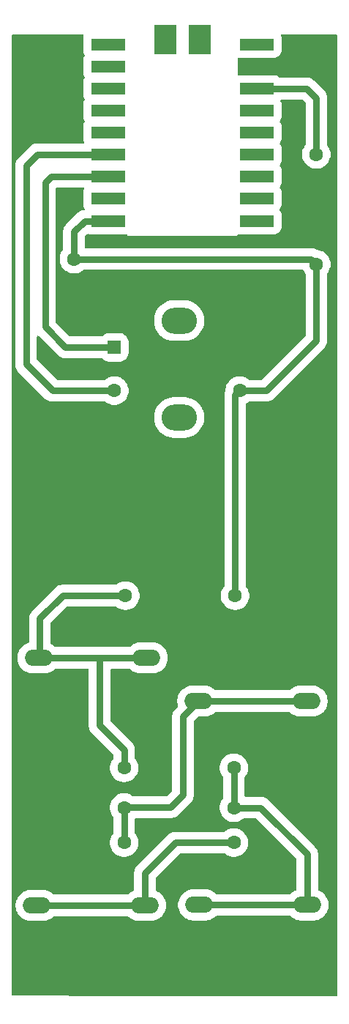
<source format=gbr>
%TF.GenerationSoftware,KiCad,Pcbnew,9.0.2*%
%TF.CreationDate,2025-08-02T15:51:21+02:00*%
%TF.ProjectId,DuploTrainController NG,4475706c-6f54-4726-9169-6e436f6e7472,rev?*%
%TF.SameCoordinates,PX3473bc0PY1d905c0*%
%TF.FileFunction,Copper,L1,Top*%
%TF.FilePolarity,Positive*%
%FSLAX46Y46*%
G04 Gerber Fmt 4.6, Leading zero omitted, Abs format (unit mm)*
G04 Created by KiCad (PCBNEW 9.0.2) date 2025-08-02 15:51:21*
%MOMM*%
%LPD*%
G01*
G04 APERTURE LIST*
G04 Aperture macros list*
%AMRoundRect*
0 Rectangle with rounded corners*
0 $1 Rounding radius*
0 $2 $3 $4 $5 $6 $7 $8 $9 X,Y pos of 4 corners*
0 Add a 4 corners polygon primitive as box body*
4,1,4,$2,$3,$4,$5,$6,$7,$8,$9,$2,$3,0*
0 Add four circle primitives for the rounded corners*
1,1,$1+$1,$2,$3*
1,1,$1+$1,$4,$5*
1,1,$1+$1,$6,$7*
1,1,$1+$1,$8,$9*
0 Add four rect primitives between the rounded corners*
20,1,$1+$1,$2,$3,$4,$5,0*
20,1,$1+$1,$4,$5,$6,$7,0*
20,1,$1+$1,$6,$7,$8,$9,0*
20,1,$1+$1,$8,$9,$2,$3,0*%
G04 Aperture macros list end*
%TA.AperFunction,SMDPad,CuDef*%
%ADD10R,4.000000X1.348000*%
%TD*%
%TA.AperFunction,SMDPad,CuDef*%
%ADD11R,2.500000X3.500000*%
%TD*%
%TA.AperFunction,ComponentPad*%
%ADD12C,1.600000*%
%TD*%
%TA.AperFunction,ComponentPad*%
%ADD13O,3.200000X1.900000*%
%TD*%
%TA.AperFunction,ComponentPad*%
%ADD14RoundRect,0.250000X-0.550000X-0.550000X0.550000X-0.550000X0.550000X0.550000X-0.550000X0.550000X0*%
%TD*%
%TA.AperFunction,ComponentPad*%
%ADD15O,4.100000X3.000000*%
%TD*%
%TA.AperFunction,Conductor*%
%ADD16C,0.800000*%
%TD*%
G04 APERTURE END LIST*
D10*
%TO.P,U1,TX,TX*%
%TO.N,unconnected-(U1-PadTX)*%
X11480000Y-1700000D03*
%TO.P,U1,RX,RX*%
%TO.N,unconnected-(U1-PadRX)*%
X11480000Y-4240000D03*
%TO.P,U1,GP13,GPIO13*%
%TO.N,unconnected-(U1-GPIO13-PadGP13)*%
X28720000Y-9320000D03*
%TO.P,U1,GP12,GPIO12*%
%TO.N,unconnected-(U1-GPIO12-PadGP12)*%
X28720000Y-11860000D03*
%TO.P,U1,GP11,GPIO11*%
%TO.N,unconnected-(U1-GPIO11-PadGP11)*%
X28720000Y-14400000D03*
%TO.P,U1,GP10,GPIO10*%
%TO.N,unconnected-(U1-GPIO10-PadGP10)*%
X28720000Y-16940000D03*
%TO.P,U1,GP9,GPIO9*%
%TO.N,unconnected-(U1-GPIO9-PadGP9)*%
X28720000Y-19480000D03*
%TO.P,U1,GP8,GPIO8*%
%TO.N,unconnected-(U1-GPIO8-PadGP8)*%
X28720000Y-22100000D03*
%TO.P,U1,GP7,GPIO7*%
%TO.N,ADC_Buttons*%
X11480000Y-22100000D03*
%TO.P,U1,GP6,GPIO6*%
%TO.N,unconnected-(U1-GPIO6-PadGP6)*%
X11480000Y-19480000D03*
%TO.P,U1,GP5,GPIO5*%
%TO.N,ENC_1*%
X11480000Y-16940000D03*
%TO.P,U1,GP4,GPIO4*%
%TO.N,ENC_2*%
X11480000Y-14400000D03*
%TO.P,U1,GP3,GPIO3*%
%TO.N,unconnected-(U1-GPIO3-PadGP3)*%
X11480000Y-11860000D03*
%TO.P,U1,GP2,GPIO2*%
%TO.N,unconnected-(U1-GPIO2-PadGP2)*%
X11480000Y-9320000D03*
%TO.P,U1,GP1,GPIO1*%
%TO.N,unconnected-(U1-GPIO1-PadGP1)*%
X11480000Y-6780000D03*
%TO.P,U1,GND,GND*%
%TO.N,GND*%
X28720000Y-4240000D03*
D11*
%TO.P,U1,B-,B-*%
%TO.N,unconnected-(U1-PadB-)*%
X18100000Y-1100000D03*
%TO.P,U1,B+,B+*%
%TO.N,unconnected-(U1-PadB+)*%
X22100000Y-1100000D03*
D10*
%TO.P,U1,5V,5V*%
%TO.N,unconnected-(U1-Pad5V)*%
X28720000Y-1700000D03*
%TO.P,U1,3.3V,3V3*%
%TO.N,+3V3*%
X28720000Y-6780000D03*
%TD*%
D12*
%TO.P,R4,2*%
%TO.N,Net-(R4-Pad2)*%
X13350000Y-89900000D03*
%TO.P,R4,1*%
%TO.N,Net-(R3-Pad2)*%
X26050000Y-89900000D03*
%TD*%
%TO.P,R5,2*%
%TO.N,Net-(R5-Pad2)*%
X26050000Y-93950000D03*
%TO.P,R5,1*%
%TO.N,Net-(R4-Pad2)*%
X13350000Y-93950000D03*
%TD*%
D13*
%TO.P,SW6,2,2*%
%TO.N,GND*%
X34550000Y-106150000D03*
X22050000Y-106150000D03*
%TO.P,SW6,1,1*%
%TO.N,Net-(R3-Pad2)*%
X34550000Y-101150000D03*
X22050000Y-101150000D03*
%TD*%
%TO.P,SW4,2,2*%
%TO.N,GND*%
X21950000Y-72600000D03*
X34450000Y-72600000D03*
%TO.P,SW4,1,1*%
%TO.N,Net-(R4-Pad2)*%
X21950000Y-77600000D03*
X34450000Y-77600000D03*
%TD*%
%TO.P,SW3,1,1*%
%TO.N,Net-(R5-Pad2)*%
X3250000Y-101200000D03*
X15750000Y-101200000D03*
%TO.P,SW3,2,2*%
%TO.N,GND*%
X3250000Y-106200000D03*
X15750000Y-106200000D03*
%TD*%
%TO.P,SW1,1,1*%
%TO.N,Net-(R2-Pad2)*%
X3450000Y-72600000D03*
X15950000Y-72600000D03*
%TO.P,SW1,2,2*%
%TO.N,GND*%
X3450000Y-77600000D03*
X15950000Y-77600000D03*
%TD*%
D12*
%TO.P,R3,1*%
%TO.N,Net-(R2-Pad2)*%
X13350000Y-85300000D03*
%TO.P,R3,2*%
%TO.N,Net-(R3-Pad2)*%
X26050000Y-85300000D03*
%TD*%
%TO.P,R1,1*%
%TO.N,+3V3*%
X35600000Y-14400000D03*
%TO.P,R1,2*%
%TO.N,ADC_Buttons*%
X35600000Y-27100000D03*
%TD*%
D14*
%TO.P,SW5,A,A*%
%TO.N,ENC_1*%
X12220000Y-36710000D03*
D12*
%TO.P,SW5,B,B*%
%TO.N,ENC_2*%
X12220000Y-41710000D03*
%TO.P,SW5,C,C*%
%TO.N,GND*%
X12220000Y-39210000D03*
%TO.P,SW5,S1,S1*%
X26720000Y-36710000D03*
%TO.P,SW5,S2,S2*%
%TO.N,ADC_Buttons*%
X26720000Y-41710000D03*
D15*
%TO.P,SW5,SH*%
%TO.N,N/C*%
X19720000Y-33610000D03*
X19720000Y-44810000D03*
%TD*%
D12*
%TO.P,C1,1*%
%TO.N,ADC_Buttons*%
X7550000Y-26500000D03*
%TO.P,C1,2*%
%TO.N,GND*%
X7550000Y-31500000D03*
%TD*%
%TO.P,R2,1*%
%TO.N,ADC_Buttons*%
X26200000Y-65400000D03*
%TO.P,R2,2*%
%TO.N,Net-(R2-Pad2)*%
X13500000Y-65400000D03*
%TD*%
D16*
%TO.N,Net-(R3-Pad2)*%
X26050000Y-85300000D02*
X26050000Y-89900000D01*
%TO.N,Net-(R4-Pad2)*%
X21950000Y-77600000D02*
X20150000Y-79400000D01*
X20150000Y-88450000D02*
X18750000Y-89850000D01*
X20150000Y-79400000D02*
X20150000Y-88450000D01*
X18750000Y-89850000D02*
X13400000Y-89850000D01*
X13400000Y-89850000D02*
X13350000Y-89900000D01*
X21950000Y-77600000D02*
X34450000Y-77600000D01*
%TO.N,Net-(R2-Pad2)*%
X13350000Y-83250000D02*
X10500000Y-80400000D01*
X13350000Y-85300000D02*
X13350000Y-83250000D01*
X3450000Y-72600000D02*
X10350000Y-72600000D01*
X10500000Y-80400000D02*
X10500000Y-72750000D01*
X10500000Y-72750000D02*
X10350000Y-72600000D01*
X10350000Y-72600000D02*
X15950000Y-72600000D01*
X6250000Y-65400000D02*
X3600000Y-68050000D01*
X13500000Y-65400000D02*
X6250000Y-65400000D01*
X3600000Y-72450000D02*
X3450000Y-72600000D01*
X3600000Y-68050000D02*
X3600000Y-72450000D01*
%TO.N,Net-(R3-Pad2)*%
X26050000Y-89900000D02*
X29150000Y-89900000D01*
X29150000Y-89900000D02*
X34550000Y-95300000D01*
X34550000Y-95300000D02*
X34550000Y-101150000D01*
X22050000Y-101150000D02*
X34550000Y-101150000D01*
%TO.N,Net-(R5-Pad2)*%
X15750000Y-101200000D02*
X3250000Y-101200000D01*
X26050000Y-93950000D02*
X19300000Y-93950000D01*
X19300000Y-93950000D02*
X15750000Y-97500000D01*
X15750000Y-97500000D02*
X15750000Y-101200000D01*
%TO.N,Net-(R4-Pad2)*%
X13350000Y-89900000D02*
X13350000Y-93950000D01*
%TO.N,ENC_2*%
X12220000Y-41710000D02*
X5060000Y-41710000D01*
X5060000Y-41710000D02*
X2000000Y-38650000D01*
X2000000Y-38650000D02*
X2000000Y-15700000D01*
X2000000Y-15700000D02*
X3300000Y-14400000D01*
X3300000Y-14400000D02*
X12480000Y-14400000D01*
%TO.N,ADC_Buttons*%
X26200000Y-65400000D02*
X26200000Y-42230000D01*
X26200000Y-42230000D02*
X26720000Y-41710000D01*
%TO.N,ENC_1*%
X12480000Y-16940000D02*
X4910000Y-16940000D01*
X6550000Y-36700000D02*
X12210000Y-36700000D01*
X4910000Y-16940000D02*
X4200000Y-17650000D01*
X4200000Y-17650000D02*
X4200000Y-34350000D01*
X4200000Y-34350000D02*
X6550000Y-36700000D01*
X12210000Y-36700000D02*
X12220000Y-36710000D01*
%TO.N,ADC_Buttons*%
X12480000Y-22100000D02*
X8800000Y-22100000D01*
X8800000Y-22100000D02*
X7550000Y-23350000D01*
X7550000Y-23350000D02*
X7550000Y-26500000D01*
X7550000Y-26500000D02*
X35000000Y-26500000D01*
X35000000Y-26500000D02*
X35600000Y-27100000D01*
X35600000Y-27100000D02*
X35600000Y-35900000D01*
X29790000Y-41710000D02*
X26720000Y-41710000D01*
X35600000Y-35900000D02*
X29790000Y-41710000D01*
%TO.N,+3V3*%
X27720000Y-6780000D02*
X34480000Y-6780000D01*
X34480000Y-6780000D02*
X35600000Y-7900000D01*
X35600000Y-7900000D02*
X35600000Y-14400000D01*
%TD*%
%TA.AperFunction,Conductor*%
%TO.N,GND*%
G36*
X37875924Y-548379D02*
G01*
X37942894Y-568291D01*
X37988469Y-621250D01*
X37999500Y-672378D01*
X37999500Y-111575500D01*
X37979815Y-111642539D01*
X37927011Y-111688294D01*
X37875500Y-111699500D01*
X13550926Y-111699500D01*
X13550179Y-111699498D01*
X473753Y-111620723D01*
X406833Y-111600635D01*
X361397Y-111547556D01*
X350500Y-111496725D01*
X350500Y-101081995D01*
X799500Y-101081995D01*
X799500Y-101318004D01*
X799501Y-101318020D01*
X823723Y-101502010D01*
X830307Y-101552014D01*
X891394Y-101779993D01*
X981714Y-101998045D01*
X981719Y-101998056D01*
X1052677Y-102120957D01*
X1099727Y-102202450D01*
X1099729Y-102202453D01*
X1099730Y-102202454D01*
X1243406Y-102389697D01*
X1243412Y-102389704D01*
X1410295Y-102556587D01*
X1410302Y-102556593D01*
X1520306Y-102641001D01*
X1597550Y-102700273D01*
X1715350Y-102768285D01*
X1801943Y-102818280D01*
X1801948Y-102818282D01*
X1801951Y-102818284D01*
X2020007Y-102908606D01*
X2247986Y-102969693D01*
X2481989Y-103000500D01*
X2481996Y-103000500D01*
X4018004Y-103000500D01*
X4018011Y-103000500D01*
X4252014Y-102969693D01*
X4479993Y-102908606D01*
X4698049Y-102818284D01*
X4902450Y-102700273D01*
X5089699Y-102556592D01*
X5159473Y-102486817D01*
X5220794Y-102453334D01*
X5247153Y-102450500D01*
X13752847Y-102450500D01*
X13819886Y-102470185D01*
X13840523Y-102486814D01*
X13910296Y-102556587D01*
X13910303Y-102556594D01*
X14032383Y-102650269D01*
X14097550Y-102700273D01*
X14215350Y-102768285D01*
X14301943Y-102818280D01*
X14301948Y-102818282D01*
X14301951Y-102818284D01*
X14520007Y-102908606D01*
X14747986Y-102969693D01*
X14981989Y-103000500D01*
X14981996Y-103000500D01*
X16518004Y-103000500D01*
X16518011Y-103000500D01*
X16752014Y-102969693D01*
X16979993Y-102908606D01*
X17198049Y-102818284D01*
X17402450Y-102700273D01*
X17589699Y-102556592D01*
X17756592Y-102389699D01*
X17900273Y-102202450D01*
X18018284Y-101998049D01*
X18108606Y-101779993D01*
X18169693Y-101552014D01*
X18200500Y-101318011D01*
X18200500Y-101081989D01*
X18193918Y-101031995D01*
X19599500Y-101031995D01*
X19599500Y-101268004D01*
X19599501Y-101268020D01*
X19630306Y-101502010D01*
X19691394Y-101729993D01*
X19781714Y-101948045D01*
X19781719Y-101948056D01*
X19852677Y-102070957D01*
X19899727Y-102152450D01*
X19899729Y-102152453D01*
X19899730Y-102152454D01*
X20043406Y-102339697D01*
X20043412Y-102339704D01*
X20210295Y-102506587D01*
X20210302Y-102506593D01*
X20275456Y-102556587D01*
X20397550Y-102650273D01*
X20484146Y-102700269D01*
X20601943Y-102768280D01*
X20601948Y-102768282D01*
X20601951Y-102768284D01*
X20820007Y-102858606D01*
X21047986Y-102919693D01*
X21281989Y-102950500D01*
X21281996Y-102950500D01*
X22818004Y-102950500D01*
X22818011Y-102950500D01*
X23052014Y-102919693D01*
X23279993Y-102858606D01*
X23498049Y-102768284D01*
X23702450Y-102650273D01*
X23889699Y-102506592D01*
X23959473Y-102436817D01*
X24020794Y-102403334D01*
X24047153Y-102400500D01*
X32552847Y-102400500D01*
X32619886Y-102420185D01*
X32640523Y-102436814D01*
X32690528Y-102486819D01*
X32710303Y-102506594D01*
X32775465Y-102556594D01*
X32897550Y-102650273D01*
X32984146Y-102700269D01*
X33101943Y-102768280D01*
X33101948Y-102768282D01*
X33101951Y-102768284D01*
X33320007Y-102858606D01*
X33547986Y-102919693D01*
X33781989Y-102950500D01*
X33781996Y-102950500D01*
X35318004Y-102950500D01*
X35318011Y-102950500D01*
X35552014Y-102919693D01*
X35779993Y-102858606D01*
X35998049Y-102768284D01*
X36202450Y-102650273D01*
X36389699Y-102506592D01*
X36556592Y-102339699D01*
X36700273Y-102152450D01*
X36818284Y-101948049D01*
X36908606Y-101729993D01*
X36969693Y-101502014D01*
X37000500Y-101268011D01*
X37000500Y-101031989D01*
X36969693Y-100797986D01*
X36908606Y-100570007D01*
X36818284Y-100351951D01*
X36818282Y-100351948D01*
X36818280Y-100351943D01*
X36776118Y-100278918D01*
X36700273Y-100147550D01*
X36556592Y-99960301D01*
X36556587Y-99960295D01*
X36389704Y-99793412D01*
X36389697Y-99793406D01*
X36202454Y-99649730D01*
X36202453Y-99649729D01*
X36202450Y-99649727D01*
X36084652Y-99581716D01*
X35998056Y-99531719D01*
X35998049Y-99531716D01*
X35877046Y-99481594D01*
X35822643Y-99437752D01*
X35800579Y-99371458D01*
X35800500Y-99367033D01*
X35800500Y-95201577D01*
X35782586Y-95088483D01*
X35769709Y-95007174D01*
X35769708Y-95007170D01*
X35769708Y-95007169D01*
X35710391Y-94824612D01*
X35709329Y-94820847D01*
X35619523Y-94644594D01*
X35503828Y-94485354D01*
X29964646Y-88946172D01*
X29805405Y-88830476D01*
X29794208Y-88824771D01*
X29630030Y-88741117D01*
X29442826Y-88680290D01*
X29248422Y-88649500D01*
X29248417Y-88649500D01*
X27424500Y-88649500D01*
X27357461Y-88629815D01*
X27311706Y-88577011D01*
X27300500Y-88525500D01*
X27300500Y-86427122D01*
X27320185Y-86360083D01*
X27324161Y-86354265D01*
X27461634Y-86165051D01*
X27579579Y-85933572D01*
X27659860Y-85686493D01*
X27682539Y-85543298D01*
X27700500Y-85429902D01*
X27700500Y-85170097D01*
X27678947Y-85034021D01*
X27659860Y-84913507D01*
X27579579Y-84666428D01*
X27579577Y-84666425D01*
X27579577Y-84666423D01*
X27536787Y-84582445D01*
X27461634Y-84434949D01*
X27308931Y-84224771D01*
X27125229Y-84041069D01*
X26915051Y-83888366D01*
X26779573Y-83819336D01*
X26683576Y-83770422D01*
X26436493Y-83690140D01*
X26179902Y-83649500D01*
X26179897Y-83649500D01*
X25920103Y-83649500D01*
X25920098Y-83649500D01*
X25663506Y-83690140D01*
X25416423Y-83770422D01*
X25184945Y-83888368D01*
X24974774Y-84041066D01*
X24974768Y-84041071D01*
X24791071Y-84224768D01*
X24791066Y-84224774D01*
X24638368Y-84434945D01*
X24520422Y-84666423D01*
X24440140Y-84913506D01*
X24399500Y-85170097D01*
X24399500Y-85429902D01*
X24440140Y-85686493D01*
X24520422Y-85933576D01*
X24638366Y-86165051D01*
X24775819Y-86354239D01*
X24799298Y-86420043D01*
X24799500Y-86427122D01*
X24799500Y-88772877D01*
X24779815Y-88839916D01*
X24775818Y-88845762D01*
X24638368Y-89034945D01*
X24520422Y-89266423D01*
X24440140Y-89513506D01*
X24399500Y-89770097D01*
X24399500Y-90029902D01*
X24440140Y-90286493D01*
X24520422Y-90533576D01*
X24601534Y-90692764D01*
X24638366Y-90765051D01*
X24791069Y-90975229D01*
X24974771Y-91158931D01*
X25184949Y-91311634D01*
X25332445Y-91386787D01*
X25416423Y-91429577D01*
X25416425Y-91429577D01*
X25416428Y-91429579D01*
X25663507Y-91509860D01*
X25795706Y-91530797D01*
X25920098Y-91550500D01*
X25920103Y-91550500D01*
X26179902Y-91550500D01*
X26293298Y-91532539D01*
X26436493Y-91509860D01*
X26683572Y-91429579D01*
X26915051Y-91311634D01*
X27071557Y-91197925D01*
X27104238Y-91174182D01*
X27170044Y-91150702D01*
X27177123Y-91150500D01*
X28580664Y-91150500D01*
X28647703Y-91170185D01*
X28668345Y-91186819D01*
X33263181Y-95781655D01*
X33296666Y-95842978D01*
X33299500Y-95869336D01*
X33299500Y-99367033D01*
X33279815Y-99434072D01*
X33227011Y-99479827D01*
X33222954Y-99481594D01*
X33101950Y-99531716D01*
X33101943Y-99531719D01*
X32897545Y-99649730D01*
X32710303Y-99793405D01*
X32675416Y-99828293D01*
X32640526Y-99863182D01*
X32579206Y-99896666D01*
X32552847Y-99899500D01*
X24047153Y-99899500D01*
X23980114Y-99879815D01*
X23959476Y-99863185D01*
X23889699Y-99793408D01*
X23889698Y-99793407D01*
X23889696Y-99793405D01*
X23702454Y-99649730D01*
X23702453Y-99649729D01*
X23702450Y-99649727D01*
X23584652Y-99581716D01*
X23498056Y-99531719D01*
X23498045Y-99531714D01*
X23279993Y-99441394D01*
X23052010Y-99380306D01*
X22818020Y-99349501D01*
X22818017Y-99349500D01*
X22818011Y-99349500D01*
X21281989Y-99349500D01*
X21281983Y-99349500D01*
X21281979Y-99349501D01*
X21047989Y-99380306D01*
X20820006Y-99441394D01*
X20601954Y-99531714D01*
X20601943Y-99531719D01*
X20397545Y-99649730D01*
X20210302Y-99793406D01*
X20210295Y-99793412D01*
X20043412Y-99960295D01*
X20043406Y-99960302D01*
X19899730Y-100147545D01*
X19781719Y-100351943D01*
X19781714Y-100351954D01*
X19691394Y-100570006D01*
X19630306Y-100797989D01*
X19599501Y-101031979D01*
X19599500Y-101031995D01*
X18193918Y-101031995D01*
X18193917Y-101031989D01*
X18169693Y-100847989D01*
X18169693Y-100847986D01*
X18108606Y-100620007D01*
X18018284Y-100401951D01*
X18018282Y-100401948D01*
X18018280Y-100401943D01*
X17976118Y-100328918D01*
X17900273Y-100197550D01*
X17756592Y-100010301D01*
X17756587Y-100010295D01*
X17589704Y-99843412D01*
X17589697Y-99843406D01*
X17402454Y-99699730D01*
X17402453Y-99699729D01*
X17402450Y-99699727D01*
X17315853Y-99649730D01*
X17198056Y-99581719D01*
X17198049Y-99581716D01*
X17077046Y-99531594D01*
X17022643Y-99487752D01*
X17000579Y-99421458D01*
X17000500Y-99417033D01*
X17000500Y-98069336D01*
X17020185Y-98002297D01*
X17036819Y-97981655D01*
X19781655Y-95236819D01*
X19842978Y-95203334D01*
X19869336Y-95200500D01*
X24922877Y-95200500D01*
X24989916Y-95220185D01*
X24995762Y-95224182D01*
X25117992Y-95312987D01*
X25184949Y-95361634D01*
X25332445Y-95436787D01*
X25416423Y-95479577D01*
X25416425Y-95479577D01*
X25416428Y-95479579D01*
X25663507Y-95559860D01*
X25795706Y-95580797D01*
X25920098Y-95600500D01*
X25920103Y-95600500D01*
X26179902Y-95600500D01*
X26293298Y-95582539D01*
X26436493Y-95559860D01*
X26683572Y-95479579D01*
X26915051Y-95361634D01*
X27125229Y-95208931D01*
X27308931Y-95025229D01*
X27461634Y-94815051D01*
X27579579Y-94583572D01*
X27659860Y-94336493D01*
X27682539Y-94193298D01*
X27700500Y-94079902D01*
X27700500Y-93820097D01*
X27678947Y-93684021D01*
X27659860Y-93563507D01*
X27579579Y-93316428D01*
X27579577Y-93316425D01*
X27579577Y-93316423D01*
X27536787Y-93232445D01*
X27461634Y-93084949D01*
X27308931Y-92874771D01*
X27125229Y-92691069D01*
X26915051Y-92538366D01*
X26842764Y-92501534D01*
X26683576Y-92420422D01*
X26436493Y-92340140D01*
X26179902Y-92299500D01*
X26179897Y-92299500D01*
X25920103Y-92299500D01*
X25920098Y-92299500D01*
X25663506Y-92340140D01*
X25416423Y-92420422D01*
X25184945Y-92538368D01*
X24995762Y-92675818D01*
X24929956Y-92699298D01*
X24922877Y-92699500D01*
X19201578Y-92699500D01*
X19007173Y-92730290D01*
X18819969Y-92791117D01*
X18644594Y-92880476D01*
X18553741Y-92946485D01*
X18485354Y-92996172D01*
X18485352Y-92996174D01*
X18485351Y-92996174D01*
X14796174Y-96685351D01*
X14796174Y-96685352D01*
X14796172Y-96685354D01*
X14746485Y-96753741D01*
X14680476Y-96844594D01*
X14590669Y-97020851D01*
X14589608Y-97024612D01*
X14530291Y-97207169D01*
X14530291Y-97207172D01*
X14499500Y-97401577D01*
X14499500Y-99417033D01*
X14479815Y-99484072D01*
X14427011Y-99529827D01*
X14422954Y-99531594D01*
X14301950Y-99581716D01*
X14301943Y-99581719D01*
X14097545Y-99699730D01*
X13910303Y-99843405D01*
X13890528Y-99863181D01*
X13840526Y-99913182D01*
X13779206Y-99946666D01*
X13752847Y-99949500D01*
X5247153Y-99949500D01*
X5180114Y-99929815D01*
X5159476Y-99913185D01*
X5089699Y-99843408D01*
X5089698Y-99843407D01*
X5089696Y-99843405D01*
X4902454Y-99699730D01*
X4902453Y-99699729D01*
X4902450Y-99699727D01*
X4815853Y-99649730D01*
X4698056Y-99581719D01*
X4698045Y-99581714D01*
X4479993Y-99491394D01*
X4443419Y-99481594D01*
X4252014Y-99430307D01*
X4252013Y-99430306D01*
X4252010Y-99430306D01*
X4018020Y-99399501D01*
X4018017Y-99399500D01*
X4018011Y-99399500D01*
X2481989Y-99399500D01*
X2481983Y-99399500D01*
X2481979Y-99399501D01*
X2247989Y-99430306D01*
X2020006Y-99491394D01*
X1801954Y-99581714D01*
X1801943Y-99581719D01*
X1597545Y-99699730D01*
X1410302Y-99843406D01*
X1410295Y-99843412D01*
X1243412Y-100010295D01*
X1243406Y-100010302D01*
X1099730Y-100197545D01*
X981719Y-100401943D01*
X981714Y-100401954D01*
X891394Y-100620006D01*
X830306Y-100847989D01*
X799501Y-101081979D01*
X799500Y-101081995D01*
X350500Y-101081995D01*
X350500Y-89770097D01*
X11699500Y-89770097D01*
X11699500Y-90029902D01*
X11740140Y-90286493D01*
X11820422Y-90533576D01*
X11938366Y-90765051D01*
X12075819Y-90954239D01*
X12099298Y-91020043D01*
X12099500Y-91027122D01*
X12099500Y-92822877D01*
X12079815Y-92889916D01*
X12075818Y-92895762D01*
X11938368Y-93084945D01*
X11820422Y-93316423D01*
X11740140Y-93563506D01*
X11699500Y-93820097D01*
X11699500Y-94079902D01*
X11740140Y-94336493D01*
X11820422Y-94583576D01*
X11901534Y-94742764D01*
X11938366Y-94815051D01*
X12091069Y-95025229D01*
X12274771Y-95208931D01*
X12484949Y-95361634D01*
X12632445Y-95436787D01*
X12716423Y-95479577D01*
X12716425Y-95479577D01*
X12716428Y-95479579D01*
X12963507Y-95559860D01*
X13095706Y-95580797D01*
X13220098Y-95600500D01*
X13220103Y-95600500D01*
X13479902Y-95600500D01*
X13593298Y-95582539D01*
X13736493Y-95559860D01*
X13983572Y-95479579D01*
X14215051Y-95361634D01*
X14425229Y-95208931D01*
X14608931Y-95025229D01*
X14761634Y-94815051D01*
X14879579Y-94583572D01*
X14959860Y-94336493D01*
X14982539Y-94193298D01*
X15000500Y-94079902D01*
X15000500Y-93820097D01*
X14978947Y-93684021D01*
X14959860Y-93563507D01*
X14879579Y-93316428D01*
X14879577Y-93316425D01*
X14879577Y-93316423D01*
X14836787Y-93232445D01*
X14761634Y-93084949D01*
X14624182Y-92895762D01*
X14600702Y-92829956D01*
X14600500Y-92822877D01*
X14600500Y-91224500D01*
X14620185Y-91157461D01*
X14672989Y-91111706D01*
X14724500Y-91100500D01*
X18848422Y-91100500D01*
X19042826Y-91069709D01*
X19230026Y-91008884D01*
X19405405Y-90919524D01*
X19564646Y-90803828D01*
X21103828Y-89264646D01*
X21219524Y-89105405D01*
X21308884Y-88930026D01*
X21369709Y-88742826D01*
X21369980Y-88741116D01*
X21400500Y-88548422D01*
X21400500Y-79969336D01*
X21420185Y-79902297D01*
X21436819Y-79881655D01*
X21881655Y-79436819D01*
X21942978Y-79403334D01*
X21969336Y-79400500D01*
X22718004Y-79400500D01*
X22718011Y-79400500D01*
X22952014Y-79369693D01*
X23179993Y-79308606D01*
X23398049Y-79218284D01*
X23602450Y-79100273D01*
X23789699Y-78956592D01*
X23859473Y-78886817D01*
X23920794Y-78853334D01*
X23947153Y-78850500D01*
X32452847Y-78850500D01*
X32519886Y-78870185D01*
X32540523Y-78886814D01*
X32578321Y-78924612D01*
X32610303Y-78956594D01*
X32748890Y-79062935D01*
X32797550Y-79100273D01*
X32928918Y-79176118D01*
X33001943Y-79218280D01*
X33001948Y-79218282D01*
X33001951Y-79218284D01*
X33220007Y-79308606D01*
X33447986Y-79369693D01*
X33681989Y-79400500D01*
X33681996Y-79400500D01*
X35218004Y-79400500D01*
X35218011Y-79400500D01*
X35452014Y-79369693D01*
X35679993Y-79308606D01*
X35898049Y-79218284D01*
X36102450Y-79100273D01*
X36289699Y-78956592D01*
X36456592Y-78789699D01*
X36600273Y-78602450D01*
X36718284Y-78398049D01*
X36808606Y-78179993D01*
X36869693Y-77952014D01*
X36900500Y-77718011D01*
X36900500Y-77481989D01*
X36869693Y-77247986D01*
X36808606Y-77020007D01*
X36718284Y-76801951D01*
X36718282Y-76801948D01*
X36718280Y-76801943D01*
X36676118Y-76728918D01*
X36600273Y-76597550D01*
X36456592Y-76410301D01*
X36456587Y-76410295D01*
X36289704Y-76243412D01*
X36289697Y-76243406D01*
X36102454Y-76099730D01*
X36102453Y-76099729D01*
X36102450Y-76099727D01*
X36020957Y-76052677D01*
X35898056Y-75981719D01*
X35898045Y-75981714D01*
X35679993Y-75891394D01*
X35452010Y-75830306D01*
X35218020Y-75799501D01*
X35218017Y-75799500D01*
X35218011Y-75799500D01*
X33681989Y-75799500D01*
X33681983Y-75799500D01*
X33681979Y-75799501D01*
X33447989Y-75830306D01*
X33220006Y-75891394D01*
X33001954Y-75981714D01*
X33001943Y-75981719D01*
X32797545Y-76099730D01*
X32610303Y-76243405D01*
X32575416Y-76278293D01*
X32540526Y-76313182D01*
X32479206Y-76346666D01*
X32452847Y-76349500D01*
X23947153Y-76349500D01*
X23880114Y-76329815D01*
X23859476Y-76313185D01*
X23789699Y-76243408D01*
X23789698Y-76243407D01*
X23789696Y-76243405D01*
X23602454Y-76099730D01*
X23602453Y-76099729D01*
X23602450Y-76099727D01*
X23520957Y-76052677D01*
X23398056Y-75981719D01*
X23398045Y-75981714D01*
X23179993Y-75891394D01*
X22952010Y-75830306D01*
X22718020Y-75799501D01*
X22718017Y-75799500D01*
X22718011Y-75799500D01*
X21181989Y-75799500D01*
X21181983Y-75799500D01*
X21181979Y-75799501D01*
X20947989Y-75830306D01*
X20720006Y-75891394D01*
X20501954Y-75981714D01*
X20501943Y-75981719D01*
X20297545Y-76099730D01*
X20110302Y-76243406D01*
X20110295Y-76243412D01*
X19943412Y-76410295D01*
X19943406Y-76410302D01*
X19799730Y-76597545D01*
X19681719Y-76801943D01*
X19681714Y-76801954D01*
X19591394Y-77020006D01*
X19530306Y-77247989D01*
X19499501Y-77481979D01*
X19499500Y-77481995D01*
X19499500Y-77718004D01*
X19499501Y-77718020D01*
X19530306Y-77952012D01*
X19575007Y-78118837D01*
X19573344Y-78188687D01*
X19542913Y-78238611D01*
X19196175Y-78585350D01*
X19196174Y-78585351D01*
X19196172Y-78585354D01*
X19183751Y-78602450D01*
X19080476Y-78744594D01*
X18990669Y-78920851D01*
X18989608Y-78924612D01*
X18930291Y-79107169D01*
X18930291Y-79107172D01*
X18899500Y-79301577D01*
X18899500Y-87880664D01*
X18879815Y-87947703D01*
X18863181Y-87968345D01*
X18268345Y-88563181D01*
X18207022Y-88596666D01*
X18180664Y-88599500D01*
X14408304Y-88599500D01*
X14341265Y-88579815D01*
X14335419Y-88575818D01*
X14215054Y-88488368D01*
X14215053Y-88488367D01*
X14215051Y-88488366D01*
X14142764Y-88451534D01*
X13983576Y-88370422D01*
X13736493Y-88290140D01*
X13479902Y-88249500D01*
X13479897Y-88249500D01*
X13220103Y-88249500D01*
X13220098Y-88249500D01*
X12963506Y-88290140D01*
X12716423Y-88370422D01*
X12484945Y-88488368D01*
X12274774Y-88641066D01*
X12274768Y-88641071D01*
X12091071Y-88824768D01*
X12091066Y-88824774D01*
X11938368Y-89034945D01*
X11820422Y-89266423D01*
X11740140Y-89513506D01*
X11699500Y-89770097D01*
X350500Y-89770097D01*
X350500Y-72481995D01*
X999500Y-72481995D01*
X999500Y-72718004D01*
X999501Y-72718020D01*
X1030306Y-72952010D01*
X1091394Y-73179993D01*
X1181714Y-73398045D01*
X1181719Y-73398056D01*
X1252677Y-73520957D01*
X1299727Y-73602450D01*
X1299729Y-73602453D01*
X1299730Y-73602454D01*
X1443406Y-73789697D01*
X1443412Y-73789704D01*
X1610295Y-73956587D01*
X1610302Y-73956593D01*
X1633639Y-73974500D01*
X1797550Y-74100273D01*
X1928918Y-74176118D01*
X2001943Y-74218280D01*
X2001948Y-74218282D01*
X2001951Y-74218284D01*
X2220007Y-74308606D01*
X2447986Y-74369693D01*
X2681989Y-74400500D01*
X2681996Y-74400500D01*
X4218004Y-74400500D01*
X4218011Y-74400500D01*
X4452014Y-74369693D01*
X4679993Y-74308606D01*
X4898049Y-74218284D01*
X5102450Y-74100273D01*
X5289699Y-73956592D01*
X5359473Y-73886817D01*
X5420794Y-73853334D01*
X5447153Y-73850500D01*
X9125500Y-73850500D01*
X9192539Y-73870185D01*
X9238294Y-73922989D01*
X9249500Y-73974500D01*
X9249500Y-80498422D01*
X9280290Y-80692826D01*
X9341117Y-80880030D01*
X9430476Y-81055405D01*
X9546172Y-81214646D01*
X9546174Y-81214648D01*
X12063181Y-83731655D01*
X12096666Y-83792978D01*
X12099500Y-83819336D01*
X12099500Y-84172877D01*
X12079815Y-84239916D01*
X12075818Y-84245762D01*
X11938368Y-84434945D01*
X11820422Y-84666423D01*
X11740140Y-84913506D01*
X11699500Y-85170097D01*
X11699500Y-85429902D01*
X11740140Y-85686493D01*
X11820422Y-85933576D01*
X11901534Y-86092764D01*
X11938366Y-86165051D01*
X12091069Y-86375229D01*
X12274771Y-86558931D01*
X12484949Y-86711634D01*
X12632445Y-86786787D01*
X12716423Y-86829577D01*
X12716425Y-86829577D01*
X12716428Y-86829579D01*
X12963507Y-86909860D01*
X13095706Y-86930797D01*
X13220098Y-86950500D01*
X13220103Y-86950500D01*
X13479902Y-86950500D01*
X13593298Y-86932539D01*
X13736493Y-86909860D01*
X13983572Y-86829579D01*
X14215051Y-86711634D01*
X14425229Y-86558931D01*
X14608931Y-86375229D01*
X14761634Y-86165051D01*
X14879579Y-85933572D01*
X14959860Y-85686493D01*
X14982539Y-85543298D01*
X15000500Y-85429902D01*
X15000500Y-85170097D01*
X14978947Y-85034021D01*
X14959860Y-84913507D01*
X14879579Y-84666428D01*
X14879577Y-84666425D01*
X14879577Y-84666423D01*
X14836787Y-84582445D01*
X14761634Y-84434949D01*
X14624182Y-84245762D01*
X14600702Y-84179956D01*
X14600500Y-84172877D01*
X14600500Y-83151577D01*
X14582586Y-83038483D01*
X14569709Y-82957174D01*
X14569708Y-82957170D01*
X14569708Y-82957169D01*
X14510391Y-82774612D01*
X14509329Y-82770847D01*
X14419523Y-82594594D01*
X14303829Y-82435355D01*
X11786819Y-79918345D01*
X11753334Y-79857022D01*
X11750500Y-79830664D01*
X11750500Y-73974500D01*
X11770185Y-73907461D01*
X11822989Y-73861706D01*
X11874500Y-73850500D01*
X13952847Y-73850500D01*
X14019886Y-73870185D01*
X14040523Y-73886814D01*
X14076698Y-73922989D01*
X14110303Y-73956594D01*
X14133639Y-73974500D01*
X14297550Y-74100273D01*
X14428918Y-74176118D01*
X14501943Y-74218280D01*
X14501948Y-74218282D01*
X14501951Y-74218284D01*
X14720007Y-74308606D01*
X14947986Y-74369693D01*
X15181989Y-74400500D01*
X15181996Y-74400500D01*
X16718004Y-74400500D01*
X16718011Y-74400500D01*
X16952014Y-74369693D01*
X17179993Y-74308606D01*
X17398049Y-74218284D01*
X17602450Y-74100273D01*
X17789699Y-73956592D01*
X17956592Y-73789699D01*
X18100273Y-73602450D01*
X18218284Y-73398049D01*
X18308606Y-73179993D01*
X18369693Y-72952014D01*
X18400500Y-72718011D01*
X18400500Y-72481989D01*
X18369693Y-72247986D01*
X18308606Y-72020007D01*
X18218284Y-71801951D01*
X18218282Y-71801948D01*
X18218280Y-71801943D01*
X18176118Y-71728918D01*
X18100273Y-71597550D01*
X17956592Y-71410301D01*
X17956587Y-71410295D01*
X17789704Y-71243412D01*
X17789697Y-71243406D01*
X17602454Y-71099730D01*
X17602453Y-71099729D01*
X17602450Y-71099727D01*
X17520957Y-71052677D01*
X17398056Y-70981719D01*
X17398045Y-70981714D01*
X17179993Y-70891394D01*
X17142400Y-70881321D01*
X16952014Y-70830307D01*
X16952013Y-70830306D01*
X16952010Y-70830306D01*
X16718020Y-70799501D01*
X16718017Y-70799500D01*
X16718011Y-70799500D01*
X15181989Y-70799500D01*
X15181983Y-70799500D01*
X15181979Y-70799501D01*
X14947989Y-70830306D01*
X14720006Y-70891394D01*
X14501954Y-70981714D01*
X14501943Y-70981719D01*
X14297545Y-71099730D01*
X14110303Y-71243405D01*
X14075416Y-71278293D01*
X14040526Y-71313182D01*
X13979206Y-71346666D01*
X13952847Y-71349500D01*
X5447153Y-71349500D01*
X5380114Y-71329815D01*
X5359476Y-71313185D01*
X5289699Y-71243408D01*
X5289698Y-71243407D01*
X5289696Y-71243405D01*
X5102457Y-71099732D01*
X5102455Y-71099730D01*
X5102450Y-71099727D01*
X4993548Y-71036852D01*
X4912499Y-70990058D01*
X4864284Y-70939490D01*
X4850500Y-70882671D01*
X4850500Y-68619336D01*
X4870185Y-68552297D01*
X4886819Y-68531655D01*
X6731655Y-66686819D01*
X6792978Y-66653334D01*
X6819336Y-66650500D01*
X12372877Y-66650500D01*
X12439916Y-66670185D01*
X12445762Y-66674182D01*
X12567992Y-66762987D01*
X12634949Y-66811634D01*
X12782445Y-66886787D01*
X12866423Y-66929577D01*
X12866425Y-66929577D01*
X12866428Y-66929579D01*
X13113507Y-67009860D01*
X13245706Y-67030797D01*
X13370098Y-67050500D01*
X13370103Y-67050500D01*
X13629902Y-67050500D01*
X13743298Y-67032539D01*
X13886493Y-67009860D01*
X14133572Y-66929579D01*
X14365051Y-66811634D01*
X14575229Y-66658931D01*
X14758931Y-66475229D01*
X14911634Y-66265051D01*
X15029579Y-66033572D01*
X15109860Y-65786493D01*
X15132539Y-65643298D01*
X15150500Y-65529902D01*
X15150500Y-65270097D01*
X15128947Y-65134021D01*
X15109860Y-65013507D01*
X15029579Y-64766428D01*
X15029577Y-64766425D01*
X15029577Y-64766423D01*
X14986787Y-64682445D01*
X14911634Y-64534949D01*
X14758931Y-64324771D01*
X14575229Y-64141069D01*
X14365051Y-63988366D01*
X14292764Y-63951534D01*
X14133576Y-63870422D01*
X13886493Y-63790140D01*
X13629902Y-63749500D01*
X13629897Y-63749500D01*
X13370103Y-63749500D01*
X13370098Y-63749500D01*
X13113506Y-63790140D01*
X12866423Y-63870422D01*
X12634945Y-63988368D01*
X12445762Y-64125818D01*
X12379956Y-64149298D01*
X12372877Y-64149500D01*
X6151578Y-64149500D01*
X5957173Y-64180290D01*
X5769969Y-64241117D01*
X5594594Y-64330476D01*
X5503741Y-64396485D01*
X5435354Y-64446172D01*
X5435352Y-64446174D01*
X5435351Y-64446174D01*
X2646174Y-67235351D01*
X2646174Y-67235352D01*
X2646172Y-67235354D01*
X2596485Y-67303741D01*
X2530476Y-67394594D01*
X2440669Y-67570851D01*
X2439608Y-67574612D01*
X2380291Y-67757169D01*
X2380291Y-67757172D01*
X2349500Y-67951577D01*
X2349500Y-70761547D01*
X2329815Y-70828586D01*
X2277011Y-70874341D01*
X2257596Y-70881321D01*
X2220010Y-70891392D01*
X2001954Y-70981714D01*
X2001943Y-70981719D01*
X1797545Y-71099730D01*
X1610302Y-71243406D01*
X1610295Y-71243412D01*
X1443412Y-71410295D01*
X1443406Y-71410302D01*
X1299730Y-71597545D01*
X1181719Y-71801943D01*
X1181714Y-71801954D01*
X1091394Y-72020006D01*
X1030306Y-72247989D01*
X999501Y-72481979D01*
X999500Y-72481995D01*
X350500Y-72481995D01*
X350500Y-44655946D01*
X16819500Y-44655946D01*
X16819500Y-44964053D01*
X16819501Y-44964069D01*
X16859717Y-45269542D01*
X16939464Y-45567162D01*
X17057376Y-45851826D01*
X17057381Y-45851837D01*
X17150014Y-46012280D01*
X17211438Y-46118670D01*
X17211440Y-46118673D01*
X17211441Y-46118674D01*
X17399007Y-46363115D01*
X17399013Y-46363122D01*
X17616877Y-46580986D01*
X17616883Y-46580991D01*
X17861330Y-46768562D01*
X18032830Y-46867578D01*
X18128162Y-46922618D01*
X18128167Y-46922620D01*
X18128170Y-46922622D01*
X18412836Y-47040535D01*
X18710456Y-47120282D01*
X19015940Y-47160500D01*
X19015947Y-47160500D01*
X20424053Y-47160500D01*
X20424060Y-47160500D01*
X20729544Y-47120282D01*
X21027164Y-47040535D01*
X21311830Y-46922622D01*
X21578670Y-46768562D01*
X21823117Y-46580991D01*
X22040991Y-46363117D01*
X22228562Y-46118670D01*
X22382622Y-45851830D01*
X22500535Y-45567164D01*
X22580282Y-45269544D01*
X22620500Y-44964060D01*
X22620500Y-44655940D01*
X22580282Y-44350456D01*
X22500535Y-44052836D01*
X22382622Y-43768170D01*
X22382620Y-43768167D01*
X22382618Y-43768162D01*
X22327578Y-43672830D01*
X22228562Y-43501330D01*
X22089314Y-43319859D01*
X22040992Y-43256884D01*
X22040986Y-43256877D01*
X21823122Y-43039013D01*
X21823115Y-43039007D01*
X21578674Y-42851441D01*
X21578673Y-42851440D01*
X21578670Y-42851438D01*
X21454111Y-42779524D01*
X21311837Y-42697381D01*
X21311826Y-42697376D01*
X21027162Y-42579464D01*
X20729542Y-42499717D01*
X20424069Y-42459501D01*
X20424066Y-42459500D01*
X20424060Y-42459500D01*
X19015940Y-42459500D01*
X19015934Y-42459500D01*
X19015930Y-42459501D01*
X18710457Y-42499717D01*
X18412837Y-42579464D01*
X18128173Y-42697376D01*
X18128162Y-42697381D01*
X17861325Y-42851441D01*
X17616884Y-43039007D01*
X17616877Y-43039013D01*
X17399013Y-43256877D01*
X17399007Y-43256884D01*
X17211441Y-43501325D01*
X17057381Y-43768162D01*
X17057376Y-43768173D01*
X16939464Y-44052837D01*
X16859717Y-44350457D01*
X16819501Y-44655930D01*
X16819500Y-44655946D01*
X350500Y-44655946D01*
X350500Y-674500D01*
X370185Y-607461D01*
X422989Y-561706D01*
X474500Y-550500D01*
X8566562Y-550500D01*
X8633601Y-570185D01*
X8679356Y-622989D01*
X8689300Y-692147D01*
X8679191Y-724638D01*
X8679281Y-724671D01*
X8678632Y-726437D01*
X8677650Y-729594D01*
X8676964Y-730976D01*
X8676963Y-730978D01*
X8632317Y-910500D01*
X8629500Y-952048D01*
X8629500Y-2447951D01*
X8632317Y-2489499D01*
X8676963Y-2669021D01*
X8676964Y-2669023D01*
X8759155Y-2834749D01*
X8759157Y-2834752D01*
X8805426Y-2892313D01*
X8832085Y-2956897D01*
X8819594Y-3025641D01*
X8805426Y-3047687D01*
X8759157Y-3105247D01*
X8759155Y-3105250D01*
X8676964Y-3270976D01*
X8676963Y-3270978D01*
X8632317Y-3450500D01*
X8629500Y-3492048D01*
X8629500Y-4987951D01*
X8632317Y-5029499D01*
X8676963Y-5209021D01*
X8676964Y-5209023D01*
X8759155Y-5374749D01*
X8759157Y-5374752D01*
X8805426Y-5432313D01*
X8832085Y-5496897D01*
X8819594Y-5565641D01*
X8805426Y-5587687D01*
X8759157Y-5645247D01*
X8759155Y-5645250D01*
X8676964Y-5810976D01*
X8676963Y-5810978D01*
X8632317Y-5990500D01*
X8629500Y-6032048D01*
X8629500Y-7527951D01*
X8632317Y-7569499D01*
X8676963Y-7749021D01*
X8676964Y-7749023D01*
X8759155Y-7914749D01*
X8759157Y-7914752D01*
X8805426Y-7972313D01*
X8832085Y-8036897D01*
X8819594Y-8105641D01*
X8805426Y-8127687D01*
X8759157Y-8185247D01*
X8759155Y-8185250D01*
X8676964Y-8350976D01*
X8676963Y-8350978D01*
X8632317Y-8530500D01*
X8629500Y-8572048D01*
X8629500Y-10067951D01*
X8632317Y-10109499D01*
X8676963Y-10289021D01*
X8676964Y-10289023D01*
X8759155Y-10454749D01*
X8759157Y-10454752D01*
X8805426Y-10512313D01*
X8832085Y-10576897D01*
X8819594Y-10645641D01*
X8805426Y-10667687D01*
X8759157Y-10725247D01*
X8759155Y-10725250D01*
X8676964Y-10890976D01*
X8676963Y-10890978D01*
X8632317Y-11070500D01*
X8629500Y-11112048D01*
X8629500Y-12607951D01*
X8632317Y-12649499D01*
X8676963Y-12829021D01*
X8676964Y-12829023D01*
X8747083Y-12970406D01*
X8759235Y-13039211D01*
X8732258Y-13103663D01*
X8674719Y-13143298D01*
X8635995Y-13149500D01*
X3201578Y-13149500D01*
X3007173Y-13180290D01*
X2819969Y-13241117D01*
X2644594Y-13330476D01*
X2553742Y-13396484D01*
X2485355Y-13446171D01*
X2485353Y-13446173D01*
X2485352Y-13446173D01*
X1046174Y-14885351D01*
X1046174Y-14885352D01*
X1046172Y-14885354D01*
X996485Y-14953741D01*
X930476Y-15044594D01*
X840669Y-15220851D01*
X839608Y-15224612D01*
X780291Y-15407169D01*
X780291Y-15407172D01*
X749500Y-15601577D01*
X749500Y-38748422D01*
X780290Y-38942826D01*
X841117Y-39130030D01*
X930476Y-39305405D01*
X1046172Y-39464646D01*
X4106172Y-42524646D01*
X4245354Y-42663828D01*
X4404595Y-42779524D01*
X4487455Y-42821743D01*
X4579970Y-42868882D01*
X4579972Y-42868882D01*
X4579975Y-42868884D01*
X4680317Y-42901487D01*
X4767173Y-42929709D01*
X4961578Y-42960500D01*
X4961583Y-42960500D01*
X4961584Y-42960500D01*
X5158417Y-42960500D01*
X11092877Y-42960500D01*
X11159916Y-42980185D01*
X11165762Y-42984182D01*
X11241225Y-43039009D01*
X11354949Y-43121634D01*
X11489499Y-43190191D01*
X11586423Y-43239577D01*
X11586425Y-43239577D01*
X11586428Y-43239579D01*
X11833507Y-43319860D01*
X11965706Y-43340797D01*
X12090098Y-43360500D01*
X12090103Y-43360500D01*
X12349902Y-43360500D01*
X12463298Y-43342539D01*
X12606493Y-43319860D01*
X12853572Y-43239579D01*
X13085051Y-43121634D01*
X13295229Y-42968931D01*
X13478931Y-42785229D01*
X13631634Y-42575051D01*
X13749579Y-42343572D01*
X13829860Y-42096493D01*
X13855093Y-41937174D01*
X13870500Y-41839902D01*
X13870500Y-41580097D01*
X13848947Y-41444021D01*
X13829860Y-41323507D01*
X13749579Y-41076428D01*
X13749577Y-41076425D01*
X13749577Y-41076423D01*
X13706787Y-40992445D01*
X13631634Y-40844949D01*
X13478931Y-40634771D01*
X13295229Y-40451069D01*
X13274238Y-40435818D01*
X13085054Y-40298368D01*
X13085053Y-40298367D01*
X13085051Y-40298366D01*
X13012764Y-40261534D01*
X12853576Y-40180422D01*
X12606493Y-40100140D01*
X12349902Y-40059500D01*
X12349897Y-40059500D01*
X12090103Y-40059500D01*
X12090098Y-40059500D01*
X11833506Y-40100140D01*
X11586423Y-40180422D01*
X11354945Y-40298368D01*
X11165762Y-40435818D01*
X11099956Y-40459298D01*
X11092877Y-40459500D01*
X5629336Y-40459500D01*
X5562297Y-40439815D01*
X5541655Y-40423181D01*
X3286819Y-38168345D01*
X3253334Y-38107022D01*
X3250500Y-38080664D01*
X3250500Y-35468336D01*
X3270185Y-35401297D01*
X3322989Y-35355542D01*
X3392147Y-35345598D01*
X3455703Y-35374623D01*
X3462181Y-35380655D01*
X5735354Y-37653828D01*
X5894595Y-37769524D01*
X5977454Y-37811742D01*
X6069969Y-37858882D01*
X6069971Y-37858882D01*
X6069974Y-37858884D01*
X6170318Y-37891487D01*
X6257173Y-37919709D01*
X6451578Y-37950500D01*
X6451583Y-37950500D01*
X6451584Y-37950500D01*
X6648417Y-37950500D01*
X10752795Y-37950500D01*
X10819834Y-37970185D01*
X10840476Y-37986818D01*
X10966135Y-38112477D01*
X11140187Y-38230279D01*
X11140189Y-38230280D01*
X11140191Y-38230281D01*
X11268987Y-38285435D01*
X11333388Y-38313013D01*
X11333396Y-38313014D01*
X11333397Y-38313015D01*
X11538749Y-38357687D01*
X11538750Y-38357687D01*
X11538755Y-38357688D01*
X11585962Y-38360500D01*
X11585973Y-38360500D01*
X12854027Y-38360500D01*
X12854038Y-38360500D01*
X12901245Y-38357688D01*
X13106612Y-38313013D01*
X13299813Y-38230279D01*
X13473865Y-38112477D01*
X13622477Y-37963865D01*
X13740279Y-37789813D01*
X13823013Y-37596612D01*
X13867688Y-37391245D01*
X13870500Y-37344038D01*
X13870500Y-36075962D01*
X13867688Y-36028755D01*
X13823013Y-35823388D01*
X13740279Y-35630187D01*
X13622477Y-35456135D01*
X13473865Y-35307523D01*
X13299813Y-35189721D01*
X13299811Y-35189720D01*
X13299808Y-35189718D01*
X13106613Y-35106987D01*
X13106602Y-35106984D01*
X12901250Y-35062312D01*
X12886492Y-35061433D01*
X12854038Y-35059500D01*
X11585962Y-35059500D01*
X11555416Y-35061319D01*
X11538749Y-35062312D01*
X11333397Y-35106984D01*
X11333386Y-35106987D01*
X11140191Y-35189718D01*
X10966137Y-35307521D01*
X10966132Y-35307525D01*
X10860477Y-35413181D01*
X10799154Y-35446666D01*
X10772796Y-35449500D01*
X7119336Y-35449500D01*
X7052297Y-35429815D01*
X7031655Y-35413181D01*
X5486819Y-33868345D01*
X5453334Y-33807022D01*
X5450500Y-33780664D01*
X5450500Y-33455946D01*
X16819500Y-33455946D01*
X16819500Y-33764053D01*
X16819501Y-33764069D01*
X16859717Y-34069542D01*
X16939464Y-34367162D01*
X17057376Y-34651826D01*
X17057381Y-34651837D01*
X17150014Y-34812280D01*
X17211438Y-34918670D01*
X17211440Y-34918673D01*
X17211441Y-34918674D01*
X17399007Y-35163115D01*
X17399013Y-35163122D01*
X17616877Y-35380986D01*
X17616884Y-35380992D01*
X17714812Y-35456135D01*
X17861330Y-35568562D01*
X17968068Y-35630187D01*
X18128162Y-35722618D01*
X18128167Y-35722620D01*
X18128170Y-35722622D01*
X18412836Y-35840535D01*
X18710456Y-35920282D01*
X19015940Y-35960500D01*
X19015947Y-35960500D01*
X20424053Y-35960500D01*
X20424060Y-35960500D01*
X20729544Y-35920282D01*
X21027164Y-35840535D01*
X21311830Y-35722622D01*
X21578670Y-35568562D01*
X21823117Y-35380991D01*
X22040991Y-35163117D01*
X22228562Y-34918670D01*
X22382622Y-34651830D01*
X22500535Y-34367164D01*
X22580282Y-34069544D01*
X22620500Y-33764060D01*
X22620500Y-33455940D01*
X22580282Y-33150456D01*
X22500535Y-32852836D01*
X22382622Y-32568170D01*
X22382620Y-32568167D01*
X22382618Y-32568162D01*
X22327578Y-32472830D01*
X22228562Y-32301330D01*
X22040991Y-32056883D01*
X22040986Y-32056877D01*
X21823122Y-31839013D01*
X21823115Y-31839007D01*
X21578674Y-31651441D01*
X21578673Y-31651440D01*
X21578670Y-31651438D01*
X21472280Y-31590014D01*
X21311837Y-31497381D01*
X21311826Y-31497376D01*
X21027162Y-31379464D01*
X20729542Y-31299717D01*
X20424069Y-31259501D01*
X20424066Y-31259500D01*
X20424060Y-31259500D01*
X19015940Y-31259500D01*
X19015934Y-31259500D01*
X19015930Y-31259501D01*
X18710457Y-31299717D01*
X18412837Y-31379464D01*
X18128173Y-31497376D01*
X18128162Y-31497381D01*
X17861325Y-31651441D01*
X17616884Y-31839007D01*
X17616877Y-31839013D01*
X17399013Y-32056877D01*
X17399007Y-32056884D01*
X17211441Y-32301325D01*
X17057381Y-32568162D01*
X17057376Y-32568173D01*
X16939464Y-32852837D01*
X16859717Y-33150457D01*
X16819501Y-33455930D01*
X16819500Y-33455946D01*
X5450500Y-33455946D01*
X5450500Y-18314500D01*
X5470185Y-18247461D01*
X5522989Y-18201706D01*
X5574500Y-18190500D01*
X8635995Y-18190500D01*
X8703034Y-18210185D01*
X8748789Y-18262989D01*
X8758733Y-18332147D01*
X8747083Y-18369594D01*
X8676964Y-18510976D01*
X8676963Y-18510978D01*
X8632317Y-18690500D01*
X8629500Y-18732048D01*
X8629500Y-20227951D01*
X8632317Y-20269499D01*
X8676963Y-20449021D01*
X8676964Y-20449023D01*
X8759157Y-20614753D01*
X8786185Y-20648377D01*
X8812844Y-20712961D01*
X8800354Y-20781705D01*
X8752680Y-20832784D01*
X8706197Y-20847489D01*
X8706395Y-20848737D01*
X8507173Y-20880290D01*
X8319969Y-20941117D01*
X8144594Y-21030476D01*
X8053741Y-21096485D01*
X7985354Y-21146172D01*
X7985352Y-21146174D01*
X7985351Y-21146174D01*
X6596174Y-22535351D01*
X6596174Y-22535352D01*
X6596172Y-22535354D01*
X6546485Y-22603741D01*
X6480476Y-22694594D01*
X6391117Y-22869969D01*
X6376601Y-22914647D01*
X6330291Y-23057173D01*
X6299500Y-23251577D01*
X6299500Y-25372877D01*
X6279815Y-25439916D01*
X6275818Y-25445762D01*
X6138368Y-25634945D01*
X6020422Y-25866423D01*
X5940140Y-26113506D01*
X5899500Y-26370097D01*
X5899500Y-26629902D01*
X5940140Y-26886493D01*
X6020422Y-27133576D01*
X6101534Y-27292764D01*
X6138366Y-27365051D01*
X6291069Y-27575229D01*
X6474771Y-27758931D01*
X6684949Y-27911634D01*
X6832445Y-27986787D01*
X6916423Y-28029577D01*
X6916425Y-28029577D01*
X6916428Y-28029579D01*
X7163507Y-28109860D01*
X7295706Y-28130797D01*
X7420098Y-28150500D01*
X7420103Y-28150500D01*
X7679902Y-28150500D01*
X7793298Y-28132539D01*
X7936493Y-28109860D01*
X8183572Y-28029579D01*
X8415051Y-27911634D01*
X8604238Y-27774182D01*
X8670044Y-27750702D01*
X8677123Y-27750500D01*
X34003059Y-27750500D01*
X34070098Y-27770185D01*
X34113543Y-27818204D01*
X34188366Y-27965051D01*
X34325819Y-28154239D01*
X34349298Y-28220043D01*
X34349500Y-28227122D01*
X34349500Y-35330663D01*
X34329815Y-35397702D01*
X34313181Y-35418344D01*
X29308345Y-40423181D01*
X29247022Y-40456666D01*
X29220664Y-40459500D01*
X27847123Y-40459500D01*
X27780084Y-40439815D01*
X27774238Y-40435818D01*
X27585054Y-40298368D01*
X27585053Y-40298367D01*
X27585051Y-40298366D01*
X27512764Y-40261534D01*
X27353576Y-40180422D01*
X27106493Y-40100140D01*
X26849902Y-40059500D01*
X26849897Y-40059500D01*
X26590103Y-40059500D01*
X26590098Y-40059500D01*
X26333506Y-40100140D01*
X26086423Y-40180422D01*
X25854945Y-40298368D01*
X25644774Y-40451066D01*
X25644768Y-40451071D01*
X25461071Y-40634768D01*
X25461066Y-40634774D01*
X25308368Y-40844945D01*
X25190422Y-41076423D01*
X25110140Y-41323506D01*
X25069500Y-41580097D01*
X25069500Y-41664496D01*
X25067161Y-41675177D01*
X25068190Y-41682471D01*
X25059791Y-41708839D01*
X25058156Y-41716309D01*
X25057106Y-41718590D01*
X25041116Y-41749974D01*
X25041116Y-41749975D01*
X25037373Y-41761494D01*
X25037365Y-41761512D01*
X24980291Y-41937169D01*
X24980291Y-41937172D01*
X24949500Y-42131577D01*
X24949500Y-64272877D01*
X24929815Y-64339916D01*
X24925818Y-64345762D01*
X24788368Y-64534945D01*
X24670422Y-64766423D01*
X24590140Y-65013506D01*
X24549500Y-65270097D01*
X24549500Y-65529902D01*
X24590140Y-65786493D01*
X24670422Y-66033576D01*
X24751534Y-66192764D01*
X24788366Y-66265051D01*
X24941069Y-66475229D01*
X25124771Y-66658931D01*
X25334949Y-66811634D01*
X25482445Y-66886787D01*
X25566423Y-66929577D01*
X25566425Y-66929577D01*
X25566428Y-66929579D01*
X25813507Y-67009860D01*
X25945706Y-67030797D01*
X26070098Y-67050500D01*
X26070103Y-67050500D01*
X26329902Y-67050500D01*
X26443298Y-67032539D01*
X26586493Y-67009860D01*
X26833572Y-66929579D01*
X27065051Y-66811634D01*
X27275229Y-66658931D01*
X27458931Y-66475229D01*
X27611634Y-66265051D01*
X27729579Y-66033572D01*
X27809860Y-65786493D01*
X27832539Y-65643298D01*
X27850500Y-65529902D01*
X27850500Y-65270097D01*
X27828947Y-65134021D01*
X27809860Y-65013507D01*
X27729579Y-64766428D01*
X27729577Y-64766425D01*
X27729577Y-64766423D01*
X27686787Y-64682445D01*
X27611634Y-64534949D01*
X27474182Y-64345762D01*
X27450702Y-64279956D01*
X27450500Y-64272877D01*
X27450500Y-43266178D01*
X27470185Y-43199139D01*
X27518206Y-43155693D01*
X27585051Y-43121634D01*
X27774238Y-42984182D01*
X27840044Y-42960702D01*
X27847123Y-42960500D01*
X29888422Y-42960500D01*
X30082826Y-42929709D01*
X30270026Y-42868884D01*
X30445405Y-42779524D01*
X30604646Y-42663828D01*
X36553829Y-36714646D01*
X36669524Y-36555405D01*
X36758884Y-36380026D01*
X36819709Y-36192826D01*
X36850500Y-35998421D01*
X36850500Y-28227122D01*
X36870185Y-28160083D01*
X36874161Y-28154265D01*
X37011634Y-27965051D01*
X37129579Y-27733572D01*
X37209860Y-27486493D01*
X37232539Y-27343298D01*
X37250500Y-27229902D01*
X37250500Y-26970097D01*
X37228947Y-26834021D01*
X37209860Y-26713507D01*
X37129579Y-26466428D01*
X37129577Y-26466425D01*
X37129577Y-26466423D01*
X37080496Y-26370097D01*
X37011634Y-26234949D01*
X36858931Y-26024771D01*
X36675229Y-25841069D01*
X36465051Y-25688366D01*
X36360207Y-25634945D01*
X36233576Y-25570422D01*
X35986493Y-25490140D01*
X35729902Y-25449500D01*
X35729897Y-25449500D01*
X35721421Y-25449500D01*
X35660005Y-25432178D01*
X35659746Y-25432688D01*
X35657183Y-25431382D01*
X35656629Y-25431226D01*
X35655407Y-25430477D01*
X35480030Y-25341117D01*
X35292826Y-25280290D01*
X35098422Y-25249500D01*
X35098417Y-25249500D01*
X8924500Y-25249500D01*
X8857461Y-25229815D01*
X8811706Y-25177011D01*
X8800500Y-25125500D01*
X8800500Y-23919335D01*
X8820185Y-23852296D01*
X8836815Y-23831658D01*
X9060524Y-23607948D01*
X9121847Y-23574464D01*
X9177732Y-23578320D01*
X9178455Y-23575414D01*
X9184976Y-23577035D01*
X9184979Y-23577037D01*
X9364501Y-23621682D01*
X9364502Y-23621682D01*
X9364505Y-23621683D01*
X9406046Y-23624500D01*
X9406048Y-23624500D01*
X13553957Y-23624500D01*
X13553957Y-23624499D01*
X13568031Y-23623545D01*
X13636249Y-23638644D01*
X13685474Y-23688229D01*
X13700426Y-23747777D01*
X13700000Y-23849999D01*
X13700000Y-23850000D01*
X26450000Y-23800000D01*
X26449549Y-23742737D01*
X26468705Y-23675546D01*
X26521146Y-23629376D01*
X26590224Y-23618888D01*
X26603472Y-23621427D01*
X26604495Y-23621681D01*
X26604498Y-23621682D01*
X26604502Y-23621682D01*
X26604505Y-23621683D01*
X26646046Y-23624500D01*
X26646048Y-23624500D01*
X30793952Y-23624500D01*
X30793954Y-23624500D01*
X30835495Y-23621683D01*
X31015021Y-23577037D01*
X31180753Y-23494842D01*
X31324940Y-23378940D01*
X31440842Y-23234753D01*
X31523037Y-23069021D01*
X31567683Y-22889495D01*
X31570500Y-22847954D01*
X31570500Y-21352046D01*
X31567683Y-21310505D01*
X31523037Y-21130979D01*
X31440842Y-20965247D01*
X31362420Y-20867687D01*
X31335762Y-20803104D01*
X31348252Y-20734360D01*
X31362421Y-20712312D01*
X31440842Y-20614753D01*
X31523037Y-20449021D01*
X31567683Y-20269495D01*
X31570500Y-20227954D01*
X31570500Y-18732046D01*
X31567683Y-18690505D01*
X31523037Y-18510979D01*
X31440842Y-18345247D01*
X31394573Y-18287687D01*
X31367915Y-18223104D01*
X31380405Y-18154360D01*
X31394574Y-18132312D01*
X31440842Y-18074753D01*
X31523037Y-17909021D01*
X31567683Y-17729495D01*
X31570500Y-17687954D01*
X31570500Y-16192046D01*
X31567683Y-16150505D01*
X31523037Y-15970979D01*
X31440842Y-15805247D01*
X31394573Y-15747687D01*
X31367915Y-15683104D01*
X31380405Y-15614360D01*
X31394574Y-15592312D01*
X31440842Y-15534753D01*
X31523037Y-15369021D01*
X31567683Y-15189495D01*
X31570500Y-15147954D01*
X31570500Y-13652046D01*
X31567683Y-13610505D01*
X31523037Y-13430979D01*
X31440842Y-13265247D01*
X31394573Y-13207687D01*
X31367915Y-13143104D01*
X31380405Y-13074360D01*
X31394574Y-13052312D01*
X31405105Y-13039211D01*
X31440842Y-12994753D01*
X31523037Y-12829021D01*
X31567683Y-12649495D01*
X31570500Y-12607954D01*
X31570500Y-11112046D01*
X31567683Y-11070505D01*
X31523037Y-10890979D01*
X31440842Y-10725247D01*
X31394573Y-10667687D01*
X31367915Y-10603104D01*
X31380405Y-10534360D01*
X31394574Y-10512312D01*
X31440842Y-10454753D01*
X31523037Y-10289021D01*
X31567683Y-10109495D01*
X31570500Y-10067954D01*
X31570500Y-8572046D01*
X31567683Y-8530505D01*
X31523037Y-8350979D01*
X31452917Y-8209594D01*
X31440765Y-8140789D01*
X31467742Y-8076337D01*
X31525281Y-8036702D01*
X31564005Y-8030500D01*
X33910664Y-8030500D01*
X33977703Y-8050185D01*
X33998345Y-8066819D01*
X34313181Y-8381655D01*
X34346666Y-8442978D01*
X34349500Y-8469336D01*
X34349500Y-13272877D01*
X34329815Y-13339916D01*
X34325818Y-13345762D01*
X34188368Y-13534945D01*
X34070422Y-13766423D01*
X33990140Y-14013506D01*
X33949500Y-14270097D01*
X33949500Y-14529902D01*
X33990140Y-14786493D01*
X34070422Y-15033576D01*
X34188368Y-15265054D01*
X34291623Y-15407172D01*
X34341069Y-15475229D01*
X34524771Y-15658931D01*
X34734949Y-15811634D01*
X34858954Y-15874818D01*
X34966423Y-15929577D01*
X34966425Y-15929577D01*
X34966428Y-15929579D01*
X35213507Y-16009860D01*
X35345706Y-16030797D01*
X35470098Y-16050500D01*
X35470103Y-16050500D01*
X35729902Y-16050500D01*
X35843298Y-16032539D01*
X35986493Y-16009860D01*
X36233572Y-15929579D01*
X36465051Y-15811634D01*
X36675229Y-15658931D01*
X36858931Y-15475229D01*
X37011634Y-15265051D01*
X37129579Y-15033572D01*
X37209860Y-14786493D01*
X37232539Y-14643298D01*
X37250500Y-14529902D01*
X37250500Y-14270097D01*
X37228947Y-14134021D01*
X37209860Y-14013507D01*
X37129579Y-13766428D01*
X37129577Y-13766425D01*
X37129577Y-13766423D01*
X37071298Y-13652046D01*
X37011634Y-13534949D01*
X36947133Y-13446171D01*
X36874182Y-13345762D01*
X36850702Y-13279956D01*
X36850500Y-13272877D01*
X36850500Y-7801577D01*
X36832586Y-7688483D01*
X36819709Y-7607174D01*
X36819708Y-7607170D01*
X36819708Y-7607169D01*
X36760391Y-7424612D01*
X36759329Y-7420847D01*
X36669523Y-7244594D01*
X36553828Y-7085354D01*
X35294646Y-5826172D01*
X35135405Y-5710476D01*
X34960030Y-5621117D01*
X34772826Y-5560290D01*
X34578422Y-5529500D01*
X34578417Y-5529500D01*
X31403980Y-5529500D01*
X31336941Y-5509815D01*
X31326292Y-5502147D01*
X31319761Y-5496897D01*
X31180753Y-5385158D01*
X31180751Y-5385157D01*
X31180750Y-5385156D01*
X31015023Y-5302964D01*
X31015021Y-5302963D01*
X30835497Y-5258317D01*
X30835501Y-5258317D01*
X30804339Y-5256204D01*
X30793954Y-5255500D01*
X26646046Y-5255500D01*
X26600106Y-5258615D01*
X26531888Y-5243511D01*
X26482666Y-5193923D01*
X26467720Y-5134221D01*
X26477557Y-3345082D01*
X26497610Y-3278155D01*
X26550665Y-3232691D01*
X26609942Y-3222051D01*
X26646046Y-3224500D01*
X26646050Y-3224500D01*
X30793952Y-3224500D01*
X30793954Y-3224500D01*
X30835495Y-3221683D01*
X31015021Y-3177037D01*
X31180753Y-3094842D01*
X31324940Y-2978940D01*
X31440842Y-2834753D01*
X31523037Y-2669021D01*
X31567683Y-2489495D01*
X31570500Y-2447954D01*
X31570500Y-952046D01*
X31567683Y-910505D01*
X31523037Y-730979D01*
X31510747Y-706199D01*
X31498596Y-637397D01*
X31525572Y-572945D01*
X31583111Y-533309D01*
X31622255Y-527108D01*
X37875924Y-548379D01*
G37*
%TD.AperFunction*%
%TD*%
M02*

</source>
